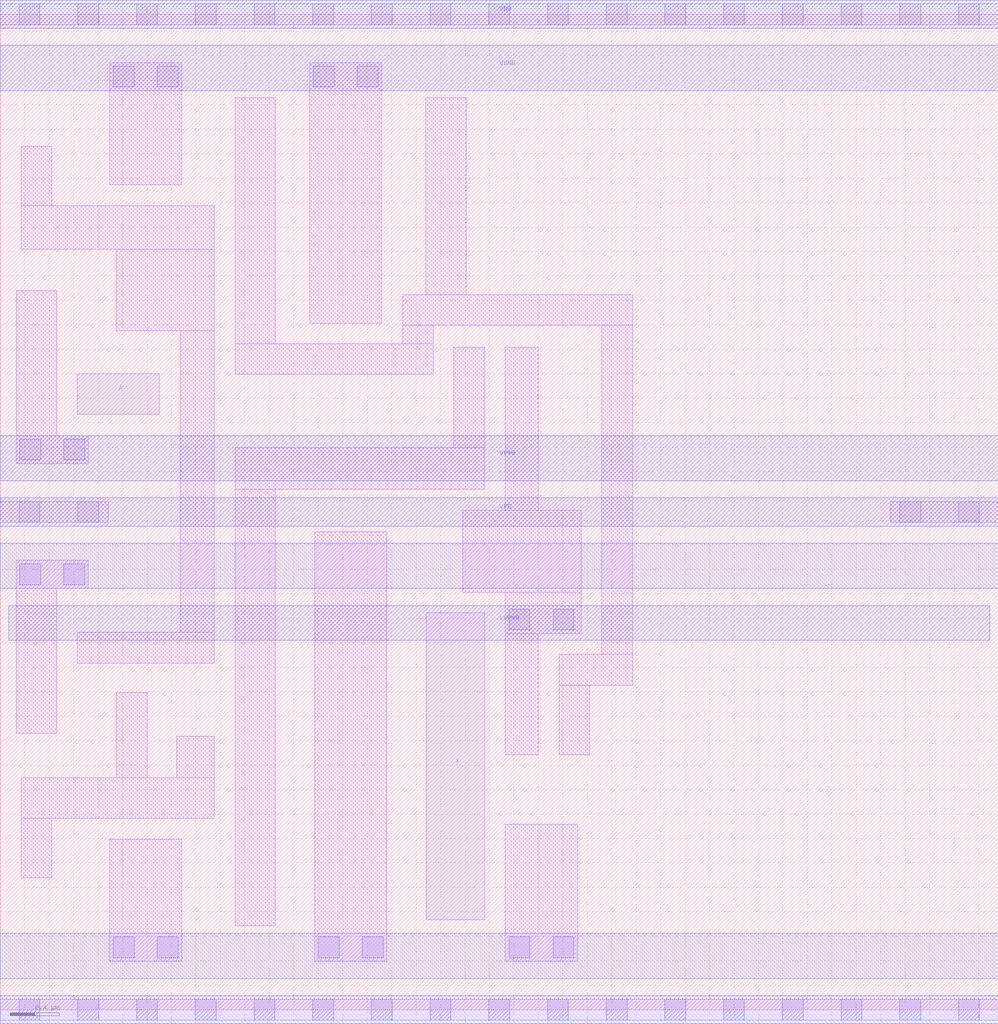
<source format=lef>
# Copyright 2020 The SkyWater PDK Authors
#
# Licensed under the Apache License, Version 2.0 (the "License");
# you may not use this file except in compliance with the License.
# You may obtain a copy of the License at
#
#     https://www.apache.org/licenses/LICENSE-2.0
#
# Unless required by applicable law or agreed to in writing, software
# distributed under the License is distributed on an "AS IS" BASIS,
# WITHOUT WARRANTIES OR CONDITIONS OF ANY KIND, either express or implied.
# See the License for the specific language governing permissions and
# limitations under the License.
#
# SPDX-License-Identifier: Apache-2.0

VERSION 5.7 ;
  NOWIREEXTENSIONATPIN ON ;
  DIVIDERCHAR "/" ;
  BUSBITCHARS "[]" ;
UNITS
  DATABASE MICRONS 200 ;
END UNITS
SITE unithvdbl
  SYMMETRY y ;
  CLASS CORE ;
  SIZE  8.160000 BY  8.140000 ;
END unithvdbl
MACRO sky130_fd_sc_hvl__lsbufhv2lv_1
  CLASS CORE ;
  FOREIGN sky130_fd_sc_hvl__lsbufhv2lv_1 ;
  ORIGIN  0.000000  0.000000 ;
  SIZE  8.160000 BY  8.140000 ;
  SYMMETRY X Y ;
  SITE unithvdbl ;
  PIN A
    ANTENNAGATEAREA  0.420000 ;
    DIRECTION INPUT ;
    USE SIGNAL ;
    PORT
      LAYER li1 ;
        RECT 0.630000 4.870000 1.300000 5.200000 ;
    END
  END A
  PIN X
    ANTENNADIFFAREA  0.492900 ;
    DIRECTION OUTPUT ;
    USE SIGNAL ;
    PORT
      LAYER li1 ;
        RECT 3.485000 0.735000 3.960000 3.245000 ;
    END
  END X
  PIN LVPWR
    DIRECTION INOUT ;
    USE POWER ;
    PORT
      LAYER met1 ;
        RECT 0.070000 3.020000 8.090000 3.305000 ;
    END
  END LVPWR
  PIN VGND
    DIRECTION INOUT ;
    USE GROUND ;
    PORT
      LAYER met1 ;
        RECT 0.000000 7.515000 8.160000 7.885000 ;
    END
  END VGND
  PIN VNB
    DIRECTION INOUT ;
    USE GROUND ;
    PORT
      LAYER met1 ;
        RECT 0.000000 8.025000 8.160000 8.255000 ;
    END
  END VNB
  PIN VPB
    DIRECTION INOUT ;
    USE POWER ;
    PORT
      LAYER met1 ;
        RECT 0.000000 3.955000 8.160000 4.185000 ;
    END
  END VPB
  PIN VPWR
    DIRECTION INOUT ;
    USE POWER ;
    PORT
      LAYER met1 ;
        RECT 0.000000 4.325000 8.160000 4.695000 ;
    END
  END VPWR
  OBS
    LAYER li1 ;
      RECT 0.000000 -0.085000 8.160000 0.085000 ;
      RECT 0.000000  3.985000 0.885000 4.155000 ;
      RECT 0.000000  8.055000 8.160000 8.225000 ;
      RECT 0.130000  2.260000 0.460000 3.445000 ;
      RECT 0.130000  3.445000 0.720000 3.675000 ;
      RECT 0.130000  4.465000 0.720000 4.695000 ;
      RECT 0.130000  4.695000 0.460000 5.880000 ;
      RECT 0.170000  1.080000 0.420000 1.565000 ;
      RECT 0.170000  1.565000 1.750000 1.895000 ;
      RECT 0.170000  6.220000 1.750000 6.575000 ;
      RECT 0.170000  6.575000 0.420000 7.060000 ;
      RECT 0.630000  2.835000 1.750000 3.085000 ;
      RECT 0.895000  0.395000 1.485000 1.395000 ;
      RECT 0.895000  6.745000 1.485000 7.745000 ;
      RECT 0.950000  1.895000 1.200000 2.590000 ;
      RECT 0.950000  5.550000 1.750000 6.220000 ;
      RECT 1.445000  1.895000 1.750000 2.235000 ;
      RECT 1.470000  3.085000 1.750000 5.550000 ;
      RECT 1.920000  0.685000 2.250000 4.255000 ;
      RECT 1.920000  4.255000 3.960000 4.595000 ;
      RECT 1.920000  5.195000 3.540000 5.445000 ;
      RECT 1.920000  5.445000 2.250000 7.455000 ;
      RECT 2.530000  5.615000 3.120000 7.745000 ;
      RECT 2.570000  0.395000 3.160000 3.910000 ;
      RECT 3.290000  5.445000 3.540000 5.595000 ;
      RECT 3.290000  5.595000 5.170000 5.845000 ;
      RECT 3.480000  5.845000 3.810000 7.455000 ;
      RECT 3.710000  4.595000 3.960000 5.415000 ;
      RECT 3.780000  3.415000 4.750000 4.085000 ;
      RECT 4.130000  0.395000 4.720000 1.515000 ;
      RECT 4.130000  2.085000 4.400000 3.075000 ;
      RECT 4.130000  3.075000 4.750000 3.415000 ;
      RECT 4.130000  4.085000 4.400000 5.415000 ;
      RECT 4.570000  2.085000 4.820000 2.655000 ;
      RECT 4.570000  2.655000 5.170000 2.905000 ;
      RECT 4.920000  2.905000 5.170000 5.595000 ;
      RECT 7.275000  3.985000 8.160000 4.155000 ;
    LAYER mcon ;
      RECT 0.155000 -0.085000 0.325000 0.085000 ;
      RECT 0.155000  3.985000 0.325000 4.155000 ;
      RECT 0.155000  8.055000 0.325000 8.225000 ;
      RECT 0.160000  3.475000 0.330000 3.645000 ;
      RECT 0.160000  4.495000 0.330000 4.665000 ;
      RECT 0.520000  3.475000 0.690000 3.645000 ;
      RECT 0.520000  4.495000 0.690000 4.665000 ;
      RECT 0.635000 -0.085000 0.805000 0.085000 ;
      RECT 0.635000  3.985000 0.805000 4.155000 ;
      RECT 0.635000  8.055000 0.805000 8.225000 ;
      RECT 0.925000  0.425000 1.095000 0.595000 ;
      RECT 0.925000  7.545000 1.095000 7.715000 ;
      RECT 1.115000 -0.085000 1.285000 0.085000 ;
      RECT 1.115000  8.055000 1.285000 8.225000 ;
      RECT 1.285000  0.425000 1.455000 0.595000 ;
      RECT 1.285000  7.545000 1.455000 7.715000 ;
      RECT 1.595000 -0.085000 1.765000 0.085000 ;
      RECT 1.595000  8.055000 1.765000 8.225000 ;
      RECT 2.075000 -0.085000 2.245000 0.085000 ;
      RECT 2.075000  8.055000 2.245000 8.225000 ;
      RECT 2.555000 -0.085000 2.725000 0.085000 ;
      RECT 2.555000  8.055000 2.725000 8.225000 ;
      RECT 2.560000  7.545000 2.730000 7.715000 ;
      RECT 2.600000  0.425000 2.770000 0.595000 ;
      RECT 2.920000  7.545000 3.090000 7.715000 ;
      RECT 2.960000  0.425000 3.130000 0.595000 ;
      RECT 3.035000 -0.085000 3.205000 0.085000 ;
      RECT 3.035000  8.055000 3.205000 8.225000 ;
      RECT 3.515000 -0.085000 3.685000 0.085000 ;
      RECT 3.515000  8.055000 3.685000 8.225000 ;
      RECT 3.995000 -0.085000 4.165000 0.085000 ;
      RECT 3.995000  8.055000 4.165000 8.225000 ;
      RECT 4.160000  0.425000 4.330000 0.595000 ;
      RECT 4.160000  3.105000 4.330000 3.275000 ;
      RECT 4.475000 -0.085000 4.645000 0.085000 ;
      RECT 4.475000  8.055000 4.645000 8.225000 ;
      RECT 4.520000  0.425000 4.690000 0.595000 ;
      RECT 4.520000  3.105000 4.690000 3.275000 ;
      RECT 4.955000 -0.085000 5.125000 0.085000 ;
      RECT 4.955000  8.055000 5.125000 8.225000 ;
      RECT 5.435000 -0.085000 5.605000 0.085000 ;
      RECT 5.435000  8.055000 5.605000 8.225000 ;
      RECT 5.915000 -0.085000 6.085000 0.085000 ;
      RECT 5.915000  8.055000 6.085000 8.225000 ;
      RECT 6.395000 -0.085000 6.565000 0.085000 ;
      RECT 6.395000  8.055000 6.565000 8.225000 ;
      RECT 6.875000 -0.085000 7.045000 0.085000 ;
      RECT 6.875000  8.055000 7.045000 8.225000 ;
      RECT 7.355000 -0.085000 7.525000 0.085000 ;
      RECT 7.355000  3.985000 7.525000 4.155000 ;
      RECT 7.355000  8.055000 7.525000 8.225000 ;
      RECT 7.835000 -0.085000 8.005000 0.085000 ;
      RECT 7.835000  3.985000 8.005000 4.155000 ;
      RECT 7.835000  8.055000 8.005000 8.225000 ;
    LAYER met1 ;
      RECT 0.000000 -0.115000 8.160000 0.115000 ;
      RECT 0.000000  0.255000 8.160000 0.625000 ;
      RECT 0.000000  3.445000 8.160000 3.815000 ;
  END
END sky130_fd_sc_hvl__lsbufhv2lv_1
END LIBRARY

</source>
